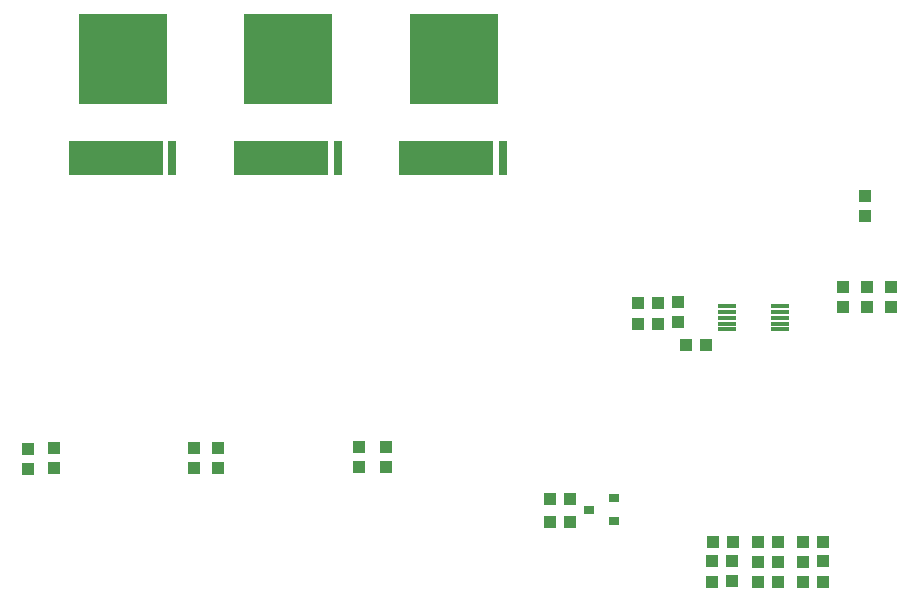
<source format=gbr>
G04 EAGLE Gerber RS-274X export*
G75*
%MOMM*%
%FSLAX34Y34*%
%LPD*%
%AMOC8*
5,1,8,0,0,1.08239X$1,22.5*%
G01*
%ADD10R,8.000000X3.000000*%
%ADD11R,0.800000X3.000000*%
%ADD12R,7.500000X7.650000*%
%ADD13R,1.100000X1.000000*%
%ADD14R,1.000000X1.100000*%
%ADD15R,1.500000X0.300000*%
%ADD16R,0.900000X0.800000*%


D10*
X130670Y587550D03*
D11*
X178670Y587550D03*
D12*
X136670Y671100D03*
D10*
X270670Y587550D03*
D11*
X318670Y587550D03*
D12*
X276670Y671100D03*
D10*
X410670Y587550D03*
D11*
X458670Y587550D03*
D12*
X416670Y671100D03*
D13*
X636152Y262128D03*
X653152Y262128D03*
X674760Y262128D03*
X691760Y262128D03*
X712860Y262128D03*
X729860Y262128D03*
D14*
X635652Y245720D03*
X635652Y228720D03*
X674116Y245228D03*
X674116Y228228D03*
X712724Y245228D03*
X712724Y228228D03*
X652424Y229080D03*
X652424Y246080D03*
X691004Y228572D03*
X691004Y245572D03*
X729488Y228736D03*
X729488Y245736D03*
X767080Y478400D03*
X767080Y461400D03*
X746760Y461400D03*
X746760Y478400D03*
X359410Y325510D03*
X359410Y342510D03*
X336550Y325510D03*
X336550Y342510D03*
X216830Y324938D03*
X216830Y341938D03*
X197162Y324558D03*
X197162Y341558D03*
X78400Y324638D03*
X78400Y341638D03*
X56192Y324350D03*
X56192Y341350D03*
X787400Y478400D03*
X787400Y461400D03*
X764920Y555480D03*
X764920Y538480D03*
D15*
X693420Y462120D03*
X693420Y457120D03*
X693420Y452120D03*
X693420Y447120D03*
X693420Y442120D03*
X648420Y442120D03*
X648420Y447120D03*
X648420Y452120D03*
X648420Y457120D03*
X648420Y462120D03*
D13*
X573160Y447040D03*
X590160Y447040D03*
X573160Y464820D03*
X590160Y464820D03*
X630800Y429260D03*
X613800Y429260D03*
D14*
X607060Y448700D03*
X607060Y465700D03*
D13*
X515230Y279400D03*
X498230Y279400D03*
D16*
X552290Y299060D03*
X552290Y280060D03*
X531290Y289560D03*
D13*
X515230Y298450D03*
X498230Y298450D03*
M02*

</source>
